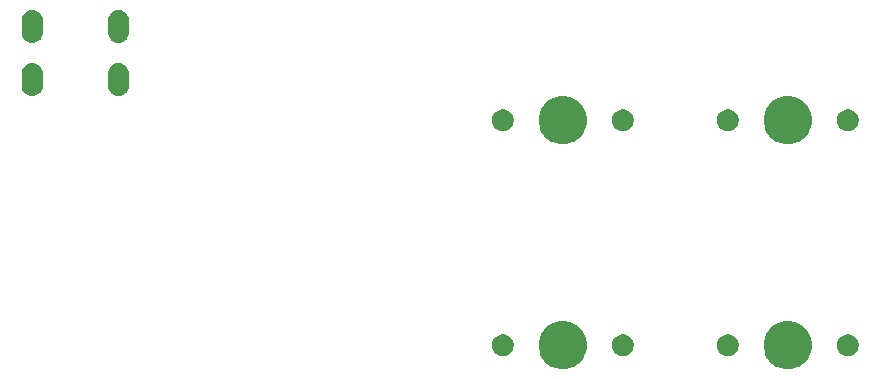
<source format=gbr>
G04 #@! TF.GenerationSoftware,KiCad,Pcbnew,(5.1.4)-1*
G04 #@! TF.CreationDate,2022-05-22T19:09:44+08:00*
G04 #@! TF.ProjectId,keyboard-pcb-tutorial,6b657962-6f61-4726-942d-7063622d7475,rev?*
G04 #@! TF.SameCoordinates,Original*
G04 #@! TF.FileFunction,Soldermask,Top*
G04 #@! TF.FilePolarity,Negative*
%FSLAX46Y46*%
G04 Gerber Fmt 4.6, Leading zero omitted, Abs format (unit mm)*
G04 Created by KiCad (PCBNEW (5.1.4)-1) date 2022-05-22 19:09:44*
%MOMM*%
%LPD*%
G04 APERTURE LIST*
%ADD10C,0.100000*%
G04 APERTURE END LIST*
D10*
G36*
X140296474Y-109158684D02*
G01*
X140514474Y-109248983D01*
X140668623Y-109312833D01*
X141003548Y-109536623D01*
X141288377Y-109821452D01*
X141512167Y-110156377D01*
X141544562Y-110234586D01*
X141666316Y-110528526D01*
X141744900Y-110923594D01*
X141744900Y-111326406D01*
X141666316Y-111721474D01*
X141615451Y-111844272D01*
X141512167Y-112093623D01*
X141288377Y-112428548D01*
X141003548Y-112713377D01*
X140668623Y-112937167D01*
X140514474Y-113001017D01*
X140296474Y-113091316D01*
X139901406Y-113169900D01*
X139498594Y-113169900D01*
X139103526Y-113091316D01*
X138885526Y-113001017D01*
X138731377Y-112937167D01*
X138396452Y-112713377D01*
X138111623Y-112428548D01*
X137887833Y-112093623D01*
X137784549Y-111844272D01*
X137733684Y-111721474D01*
X137655100Y-111326406D01*
X137655100Y-110923594D01*
X137733684Y-110528526D01*
X137855438Y-110234586D01*
X137887833Y-110156377D01*
X138111623Y-109821452D01*
X138396452Y-109536623D01*
X138731377Y-109312833D01*
X138885526Y-109248983D01*
X139103526Y-109158684D01*
X139498594Y-109080100D01*
X139901406Y-109080100D01*
X140296474Y-109158684D01*
X140296474Y-109158684D01*
G37*
G36*
X159346474Y-109158684D02*
G01*
X159564474Y-109248983D01*
X159718623Y-109312833D01*
X160053548Y-109536623D01*
X160338377Y-109821452D01*
X160562167Y-110156377D01*
X160594562Y-110234586D01*
X160716316Y-110528526D01*
X160794900Y-110923594D01*
X160794900Y-111326406D01*
X160716316Y-111721474D01*
X160665451Y-111844272D01*
X160562167Y-112093623D01*
X160338377Y-112428548D01*
X160053548Y-112713377D01*
X159718623Y-112937167D01*
X159564474Y-113001017D01*
X159346474Y-113091316D01*
X158951406Y-113169900D01*
X158548594Y-113169900D01*
X158153526Y-113091316D01*
X157935526Y-113001017D01*
X157781377Y-112937167D01*
X157446452Y-112713377D01*
X157161623Y-112428548D01*
X156937833Y-112093623D01*
X156834549Y-111844272D01*
X156783684Y-111721474D01*
X156705100Y-111326406D01*
X156705100Y-110923594D01*
X156783684Y-110528526D01*
X156905438Y-110234586D01*
X156937833Y-110156377D01*
X157161623Y-109821452D01*
X157446452Y-109536623D01*
X157781377Y-109312833D01*
X157935526Y-109248983D01*
X158153526Y-109158684D01*
X158548594Y-109080100D01*
X158951406Y-109080100D01*
X159346474Y-109158684D01*
X159346474Y-109158684D01*
G37*
G36*
X145050104Y-110234585D02*
G01*
X145218626Y-110304389D01*
X145370291Y-110405728D01*
X145499272Y-110534709D01*
X145600611Y-110686374D01*
X145670415Y-110854896D01*
X145706000Y-111033797D01*
X145706000Y-111216203D01*
X145670415Y-111395104D01*
X145600611Y-111563626D01*
X145499272Y-111715291D01*
X145370291Y-111844272D01*
X145218626Y-111945611D01*
X145050104Y-112015415D01*
X144871203Y-112051000D01*
X144688797Y-112051000D01*
X144509896Y-112015415D01*
X144341374Y-111945611D01*
X144189709Y-111844272D01*
X144060728Y-111715291D01*
X143959389Y-111563626D01*
X143889585Y-111395104D01*
X143854000Y-111216203D01*
X143854000Y-111033797D01*
X143889585Y-110854896D01*
X143959389Y-110686374D01*
X144060728Y-110534709D01*
X144189709Y-110405728D01*
X144341374Y-110304389D01*
X144509896Y-110234585D01*
X144688797Y-110199000D01*
X144871203Y-110199000D01*
X145050104Y-110234585D01*
X145050104Y-110234585D01*
G37*
G36*
X153940104Y-110234585D02*
G01*
X154108626Y-110304389D01*
X154260291Y-110405728D01*
X154389272Y-110534709D01*
X154490611Y-110686374D01*
X154560415Y-110854896D01*
X154596000Y-111033797D01*
X154596000Y-111216203D01*
X154560415Y-111395104D01*
X154490611Y-111563626D01*
X154389272Y-111715291D01*
X154260291Y-111844272D01*
X154108626Y-111945611D01*
X153940104Y-112015415D01*
X153761203Y-112051000D01*
X153578797Y-112051000D01*
X153399896Y-112015415D01*
X153231374Y-111945611D01*
X153079709Y-111844272D01*
X152950728Y-111715291D01*
X152849389Y-111563626D01*
X152779585Y-111395104D01*
X152744000Y-111216203D01*
X152744000Y-111033797D01*
X152779585Y-110854896D01*
X152849389Y-110686374D01*
X152950728Y-110534709D01*
X153079709Y-110405728D01*
X153231374Y-110304389D01*
X153399896Y-110234585D01*
X153578797Y-110199000D01*
X153761203Y-110199000D01*
X153940104Y-110234585D01*
X153940104Y-110234585D01*
G37*
G36*
X164100104Y-110234585D02*
G01*
X164268626Y-110304389D01*
X164420291Y-110405728D01*
X164549272Y-110534709D01*
X164650611Y-110686374D01*
X164720415Y-110854896D01*
X164756000Y-111033797D01*
X164756000Y-111216203D01*
X164720415Y-111395104D01*
X164650611Y-111563626D01*
X164549272Y-111715291D01*
X164420291Y-111844272D01*
X164268626Y-111945611D01*
X164100104Y-112015415D01*
X163921203Y-112051000D01*
X163738797Y-112051000D01*
X163559896Y-112015415D01*
X163391374Y-111945611D01*
X163239709Y-111844272D01*
X163110728Y-111715291D01*
X163009389Y-111563626D01*
X162939585Y-111395104D01*
X162904000Y-111216203D01*
X162904000Y-111033797D01*
X162939585Y-110854896D01*
X163009389Y-110686374D01*
X163110728Y-110534709D01*
X163239709Y-110405728D01*
X163391374Y-110304389D01*
X163559896Y-110234585D01*
X163738797Y-110199000D01*
X163921203Y-110199000D01*
X164100104Y-110234585D01*
X164100104Y-110234585D01*
G37*
G36*
X134890104Y-110234585D02*
G01*
X135058626Y-110304389D01*
X135210291Y-110405728D01*
X135339272Y-110534709D01*
X135440611Y-110686374D01*
X135510415Y-110854896D01*
X135546000Y-111033797D01*
X135546000Y-111216203D01*
X135510415Y-111395104D01*
X135440611Y-111563626D01*
X135339272Y-111715291D01*
X135210291Y-111844272D01*
X135058626Y-111945611D01*
X134890104Y-112015415D01*
X134711203Y-112051000D01*
X134528797Y-112051000D01*
X134349896Y-112015415D01*
X134181374Y-111945611D01*
X134029709Y-111844272D01*
X133900728Y-111715291D01*
X133799389Y-111563626D01*
X133729585Y-111395104D01*
X133694000Y-111216203D01*
X133694000Y-111033797D01*
X133729585Y-110854896D01*
X133799389Y-110686374D01*
X133900728Y-110534709D01*
X134029709Y-110405728D01*
X134181374Y-110304389D01*
X134349896Y-110234585D01*
X134528797Y-110199000D01*
X134711203Y-110199000D01*
X134890104Y-110234585D01*
X134890104Y-110234585D01*
G37*
G36*
X140296474Y-90108684D02*
G01*
X140514474Y-90198983D01*
X140668623Y-90262833D01*
X141003548Y-90486623D01*
X141288377Y-90771452D01*
X141512167Y-91106377D01*
X141544562Y-91184586D01*
X141666316Y-91478526D01*
X141744900Y-91873594D01*
X141744900Y-92276406D01*
X141666316Y-92671474D01*
X141615451Y-92794272D01*
X141512167Y-93043623D01*
X141288377Y-93378548D01*
X141003548Y-93663377D01*
X140668623Y-93887167D01*
X140514474Y-93951017D01*
X140296474Y-94041316D01*
X139901406Y-94119900D01*
X139498594Y-94119900D01*
X139103526Y-94041316D01*
X138885526Y-93951017D01*
X138731377Y-93887167D01*
X138396452Y-93663377D01*
X138111623Y-93378548D01*
X137887833Y-93043623D01*
X137784549Y-92794272D01*
X137733684Y-92671474D01*
X137655100Y-92276406D01*
X137655100Y-91873594D01*
X137733684Y-91478526D01*
X137855438Y-91184586D01*
X137887833Y-91106377D01*
X138111623Y-90771452D01*
X138396452Y-90486623D01*
X138731377Y-90262833D01*
X138885526Y-90198983D01*
X139103526Y-90108684D01*
X139498594Y-90030100D01*
X139901406Y-90030100D01*
X140296474Y-90108684D01*
X140296474Y-90108684D01*
G37*
G36*
X159346474Y-90108684D02*
G01*
X159564474Y-90198983D01*
X159718623Y-90262833D01*
X160053548Y-90486623D01*
X160338377Y-90771452D01*
X160562167Y-91106377D01*
X160594562Y-91184586D01*
X160716316Y-91478526D01*
X160794900Y-91873594D01*
X160794900Y-92276406D01*
X160716316Y-92671474D01*
X160665451Y-92794272D01*
X160562167Y-93043623D01*
X160338377Y-93378548D01*
X160053548Y-93663377D01*
X159718623Y-93887167D01*
X159564474Y-93951017D01*
X159346474Y-94041316D01*
X158951406Y-94119900D01*
X158548594Y-94119900D01*
X158153526Y-94041316D01*
X157935526Y-93951017D01*
X157781377Y-93887167D01*
X157446452Y-93663377D01*
X157161623Y-93378548D01*
X156937833Y-93043623D01*
X156834549Y-92794272D01*
X156783684Y-92671474D01*
X156705100Y-92276406D01*
X156705100Y-91873594D01*
X156783684Y-91478526D01*
X156905438Y-91184586D01*
X156937833Y-91106377D01*
X157161623Y-90771452D01*
X157446452Y-90486623D01*
X157781377Y-90262833D01*
X157935526Y-90198983D01*
X158153526Y-90108684D01*
X158548594Y-90030100D01*
X158951406Y-90030100D01*
X159346474Y-90108684D01*
X159346474Y-90108684D01*
G37*
G36*
X153940104Y-91184585D02*
G01*
X154108626Y-91254389D01*
X154260291Y-91355728D01*
X154389272Y-91484709D01*
X154490611Y-91636374D01*
X154560415Y-91804896D01*
X154596000Y-91983797D01*
X154596000Y-92166203D01*
X154560415Y-92345104D01*
X154490611Y-92513626D01*
X154389272Y-92665291D01*
X154260291Y-92794272D01*
X154108626Y-92895611D01*
X153940104Y-92965415D01*
X153761203Y-93001000D01*
X153578797Y-93001000D01*
X153399896Y-92965415D01*
X153231374Y-92895611D01*
X153079709Y-92794272D01*
X152950728Y-92665291D01*
X152849389Y-92513626D01*
X152779585Y-92345104D01*
X152744000Y-92166203D01*
X152744000Y-91983797D01*
X152779585Y-91804896D01*
X152849389Y-91636374D01*
X152950728Y-91484709D01*
X153079709Y-91355728D01*
X153231374Y-91254389D01*
X153399896Y-91184585D01*
X153578797Y-91149000D01*
X153761203Y-91149000D01*
X153940104Y-91184585D01*
X153940104Y-91184585D01*
G37*
G36*
X134890104Y-91184585D02*
G01*
X135058626Y-91254389D01*
X135210291Y-91355728D01*
X135339272Y-91484709D01*
X135440611Y-91636374D01*
X135510415Y-91804896D01*
X135546000Y-91983797D01*
X135546000Y-92166203D01*
X135510415Y-92345104D01*
X135440611Y-92513626D01*
X135339272Y-92665291D01*
X135210291Y-92794272D01*
X135058626Y-92895611D01*
X134890104Y-92965415D01*
X134711203Y-93001000D01*
X134528797Y-93001000D01*
X134349896Y-92965415D01*
X134181374Y-92895611D01*
X134029709Y-92794272D01*
X133900728Y-92665291D01*
X133799389Y-92513626D01*
X133729585Y-92345104D01*
X133694000Y-92166203D01*
X133694000Y-91983797D01*
X133729585Y-91804896D01*
X133799389Y-91636374D01*
X133900728Y-91484709D01*
X134029709Y-91355728D01*
X134181374Y-91254389D01*
X134349896Y-91184585D01*
X134528797Y-91149000D01*
X134711203Y-91149000D01*
X134890104Y-91184585D01*
X134890104Y-91184585D01*
G37*
G36*
X145050104Y-91184585D02*
G01*
X145218626Y-91254389D01*
X145370291Y-91355728D01*
X145499272Y-91484709D01*
X145600611Y-91636374D01*
X145670415Y-91804896D01*
X145706000Y-91983797D01*
X145706000Y-92166203D01*
X145670415Y-92345104D01*
X145600611Y-92513626D01*
X145499272Y-92665291D01*
X145370291Y-92794272D01*
X145218626Y-92895611D01*
X145050104Y-92965415D01*
X144871203Y-93001000D01*
X144688797Y-93001000D01*
X144509896Y-92965415D01*
X144341374Y-92895611D01*
X144189709Y-92794272D01*
X144060728Y-92665291D01*
X143959389Y-92513626D01*
X143889585Y-92345104D01*
X143854000Y-92166203D01*
X143854000Y-91983797D01*
X143889585Y-91804896D01*
X143959389Y-91636374D01*
X144060728Y-91484709D01*
X144189709Y-91355728D01*
X144341374Y-91254389D01*
X144509896Y-91184585D01*
X144688797Y-91149000D01*
X144871203Y-91149000D01*
X145050104Y-91184585D01*
X145050104Y-91184585D01*
G37*
G36*
X164100104Y-91184585D02*
G01*
X164268626Y-91254389D01*
X164420291Y-91355728D01*
X164549272Y-91484709D01*
X164650611Y-91636374D01*
X164720415Y-91804896D01*
X164756000Y-91983797D01*
X164756000Y-92166203D01*
X164720415Y-92345104D01*
X164650611Y-92513626D01*
X164549272Y-92665291D01*
X164420291Y-92794272D01*
X164268626Y-92895611D01*
X164100104Y-92965415D01*
X163921203Y-93001000D01*
X163738797Y-93001000D01*
X163559896Y-92965415D01*
X163391374Y-92895611D01*
X163239709Y-92794272D01*
X163110728Y-92665291D01*
X163009389Y-92513626D01*
X162939585Y-92345104D01*
X162904000Y-92166203D01*
X162904000Y-91983797D01*
X162939585Y-91804896D01*
X163009389Y-91636374D01*
X163110728Y-91484709D01*
X163239709Y-91355728D01*
X163391374Y-91254389D01*
X163559896Y-91184585D01*
X163738797Y-91149000D01*
X163921203Y-91149000D01*
X164100104Y-91184585D01*
X164100104Y-91184585D01*
G37*
G36*
X102251627Y-87249537D02*
G01*
X102421466Y-87301057D01*
X102577991Y-87384722D01*
X102613729Y-87414052D01*
X102715186Y-87497314D01*
X102798448Y-87598771D01*
X102827778Y-87634509D01*
X102911443Y-87791034D01*
X102962963Y-87960873D01*
X102976000Y-88093242D01*
X102976000Y-89181758D01*
X102962963Y-89314127D01*
X102911443Y-89483966D01*
X102827778Y-89640491D01*
X102798448Y-89676229D01*
X102715186Y-89777686D01*
X102577989Y-89890279D01*
X102421467Y-89973942D01*
X102421465Y-89973943D01*
X102251626Y-90025463D01*
X102075000Y-90042859D01*
X101898373Y-90025463D01*
X101728534Y-89973943D01*
X101572009Y-89890278D01*
X101536271Y-89860948D01*
X101434814Y-89777686D01*
X101322221Y-89640489D01*
X101238558Y-89483967D01*
X101238557Y-89483965D01*
X101187037Y-89314126D01*
X101174000Y-89181757D01*
X101174001Y-88093242D01*
X101187038Y-87960873D01*
X101238558Y-87791034D01*
X101322223Y-87634509D01*
X101351553Y-87598771D01*
X101434815Y-87497314D01*
X101536272Y-87414052D01*
X101572010Y-87384722D01*
X101728535Y-87301057D01*
X101898374Y-87249537D01*
X102075000Y-87232141D01*
X102251627Y-87249537D01*
X102251627Y-87249537D01*
G37*
G36*
X94951627Y-87249537D02*
G01*
X95121466Y-87301057D01*
X95277991Y-87384722D01*
X95313729Y-87414052D01*
X95415186Y-87497314D01*
X95498448Y-87598771D01*
X95527778Y-87634509D01*
X95611443Y-87791034D01*
X95662963Y-87960873D01*
X95676000Y-88093242D01*
X95676000Y-89181758D01*
X95662963Y-89314127D01*
X95611443Y-89483966D01*
X95527778Y-89640491D01*
X95498448Y-89676229D01*
X95415186Y-89777686D01*
X95277989Y-89890279D01*
X95121467Y-89973942D01*
X95121465Y-89973943D01*
X94951626Y-90025463D01*
X94775000Y-90042859D01*
X94598373Y-90025463D01*
X94428534Y-89973943D01*
X94272009Y-89890278D01*
X94236271Y-89860948D01*
X94134814Y-89777686D01*
X94022221Y-89640489D01*
X93938558Y-89483967D01*
X93938557Y-89483965D01*
X93887037Y-89314126D01*
X93874000Y-89181757D01*
X93874001Y-88093242D01*
X93887038Y-87960873D01*
X93938558Y-87791034D01*
X94022223Y-87634509D01*
X94051553Y-87598771D01*
X94134815Y-87497314D01*
X94236272Y-87414052D01*
X94272010Y-87384722D01*
X94428535Y-87301057D01*
X94598374Y-87249537D01*
X94775000Y-87232141D01*
X94951627Y-87249537D01*
X94951627Y-87249537D01*
G37*
G36*
X102251627Y-82749537D02*
G01*
X102421466Y-82801057D01*
X102577991Y-82884722D01*
X102613729Y-82914052D01*
X102715186Y-82997314D01*
X102798448Y-83098771D01*
X102827778Y-83134509D01*
X102911443Y-83291034D01*
X102962963Y-83460873D01*
X102976000Y-83593242D01*
X102976000Y-84681758D01*
X102962963Y-84814127D01*
X102911443Y-84983966D01*
X102827778Y-85140491D01*
X102798448Y-85176229D01*
X102715186Y-85277686D01*
X102577989Y-85390279D01*
X102421467Y-85473942D01*
X102421465Y-85473943D01*
X102251626Y-85525463D01*
X102075000Y-85542859D01*
X101898373Y-85525463D01*
X101728534Y-85473943D01*
X101572009Y-85390278D01*
X101536271Y-85360948D01*
X101434814Y-85277686D01*
X101322221Y-85140489D01*
X101238558Y-84983967D01*
X101238557Y-84983965D01*
X101187037Y-84814126D01*
X101174000Y-84681757D01*
X101174001Y-83593242D01*
X101187038Y-83460873D01*
X101238558Y-83291034D01*
X101322223Y-83134509D01*
X101351553Y-83098771D01*
X101434815Y-82997314D01*
X101536272Y-82914052D01*
X101572010Y-82884722D01*
X101728535Y-82801057D01*
X101898374Y-82749537D01*
X102075000Y-82732141D01*
X102251627Y-82749537D01*
X102251627Y-82749537D01*
G37*
G36*
X94951627Y-82749537D02*
G01*
X95121466Y-82801057D01*
X95277991Y-82884722D01*
X95313729Y-82914052D01*
X95415186Y-82997314D01*
X95498448Y-83098771D01*
X95527778Y-83134509D01*
X95611443Y-83291034D01*
X95662963Y-83460873D01*
X95676000Y-83593242D01*
X95676000Y-84681758D01*
X95662963Y-84814127D01*
X95611443Y-84983966D01*
X95527778Y-85140491D01*
X95498448Y-85176229D01*
X95415186Y-85277686D01*
X95277989Y-85390279D01*
X95121467Y-85473942D01*
X95121465Y-85473943D01*
X94951626Y-85525463D01*
X94775000Y-85542859D01*
X94598373Y-85525463D01*
X94428534Y-85473943D01*
X94272009Y-85390278D01*
X94236271Y-85360948D01*
X94134814Y-85277686D01*
X94022221Y-85140489D01*
X93938558Y-84983967D01*
X93938557Y-84983965D01*
X93887037Y-84814126D01*
X93874000Y-84681757D01*
X93874001Y-83593242D01*
X93887038Y-83460873D01*
X93938558Y-83291034D01*
X94022223Y-83134509D01*
X94051553Y-83098771D01*
X94134815Y-82997314D01*
X94236272Y-82914052D01*
X94272010Y-82884722D01*
X94428535Y-82801057D01*
X94598374Y-82749537D01*
X94775000Y-82732141D01*
X94951627Y-82749537D01*
X94951627Y-82749537D01*
G37*
M02*

</source>
